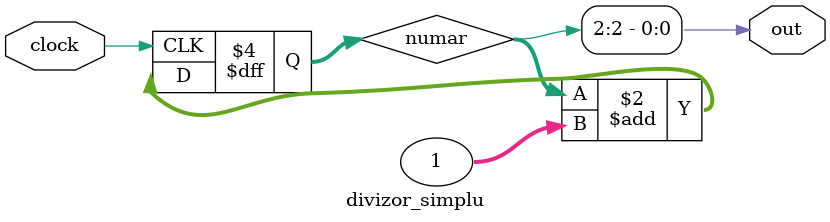
<source format=v>
module divizor_simplu #(parameter N = 2)(input clock, output out);

reg [31:0] numar=0;

always @ (posedge clock)

     numar <= numar + 1;

assign out = numar[N];

endmodule
</source>
